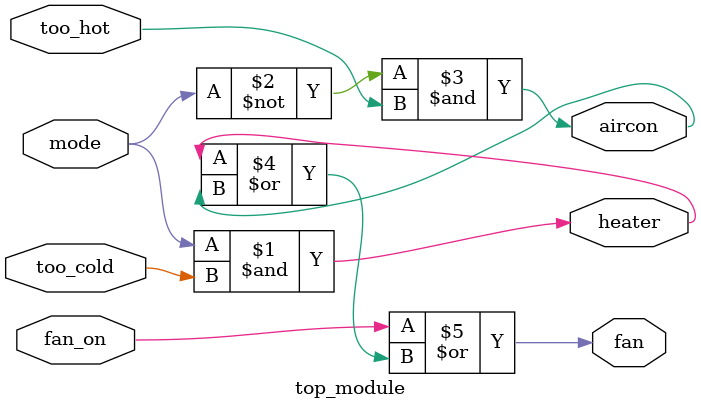
<source format=v>
module top_module (
    input too_cold,
    input too_hot,
    input mode,
    input fan_on,
    output heater,
    output aircon,
    output fan
);
    
  assign heater = mode & too_cold;
  assign aircon = (~mode) & too_hot;
  assign fan = fan_on | (heater | aircon);

endmodule

</source>
